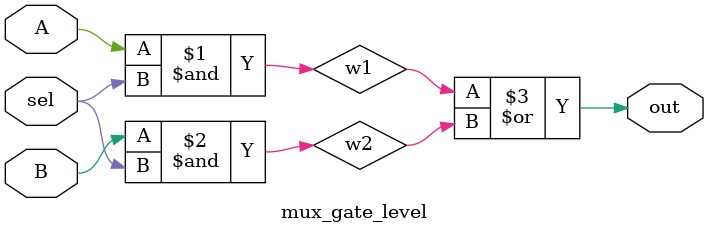
<source format=v>
module mux_gate_level(
input A,B,sel,
output out

);

wire w1,w2,z;
not(z,sel);
and(w1,A,sel);
and(w2,B,sel);
or(out ,w1,w2);
endmodule
</source>
